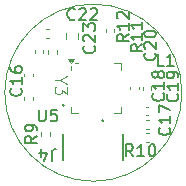
<source format=gbr>
%TF.GenerationSoftware,KiCad,Pcbnew,9.0.0*%
%TF.CreationDate,2025-03-13T16:48:28-04:00*%
%TF.ProjectId,IngestibleCapsule-Board_larger_vias,496e6765-7374-4696-926c-654361707375,rev?*%
%TF.SameCoordinates,Original*%
%TF.FileFunction,Legend,Top*%
%TF.FilePolarity,Positive*%
%FSLAX46Y46*%
G04 Gerber Fmt 4.6, Leading zero omitted, Abs format (unit mm)*
G04 Created by KiCad (PCBNEW 9.0.0) date 2025-03-13 16:48:28*
%MOMM*%
%LPD*%
G01*
G04 APERTURE LIST*
%ADD10C,0.100000*%
%ADD11C,0.150000*%
%ADD12C,0.200000*%
%ADD13C,0.120000*%
%ADD14C,0.152400*%
%TA.AperFunction,Profile*%
%ADD15C,0.050000*%
%TD*%
G04 APERTURE END LIST*
D10*
X97218771Y-113923809D02*
X96742580Y-113923809D01*
X97742580Y-113590476D02*
X97218771Y-113923809D01*
X97218771Y-113923809D02*
X97742580Y-114257142D01*
X97742580Y-114495238D02*
X97742580Y-115114285D01*
X97742580Y-115114285D02*
X97361628Y-114780952D01*
X97361628Y-114780952D02*
X97361628Y-114923809D01*
X97361628Y-114923809D02*
X97314009Y-115019047D01*
X97314009Y-115019047D02*
X97266390Y-115066666D01*
X97266390Y-115066666D02*
X97171152Y-115114285D01*
X97171152Y-115114285D02*
X96933057Y-115114285D01*
X96933057Y-115114285D02*
X96837819Y-115066666D01*
X96837819Y-115066666D02*
X96790200Y-115019047D01*
X96790200Y-115019047D02*
X96742580Y-114923809D01*
X96742580Y-114923809D02*
X96742580Y-114638095D01*
X96742580Y-114638095D02*
X96790200Y-114542857D01*
X96790200Y-114542857D02*
X96837819Y-114495238D01*
D11*
X93859580Y-114642857D02*
X93907200Y-114690476D01*
X93907200Y-114690476D02*
X93954819Y-114833333D01*
X93954819Y-114833333D02*
X93954819Y-114928571D01*
X93954819Y-114928571D02*
X93907200Y-115071428D01*
X93907200Y-115071428D02*
X93811961Y-115166666D01*
X93811961Y-115166666D02*
X93716723Y-115214285D01*
X93716723Y-115214285D02*
X93526247Y-115261904D01*
X93526247Y-115261904D02*
X93383390Y-115261904D01*
X93383390Y-115261904D02*
X93192914Y-115214285D01*
X93192914Y-115214285D02*
X93097676Y-115166666D01*
X93097676Y-115166666D02*
X93002438Y-115071428D01*
X93002438Y-115071428D02*
X92954819Y-114928571D01*
X92954819Y-114928571D02*
X92954819Y-114833333D01*
X92954819Y-114833333D02*
X93002438Y-114690476D01*
X93002438Y-114690476D02*
X93050057Y-114642857D01*
X93954819Y-113690476D02*
X93954819Y-114261904D01*
X93954819Y-113976190D02*
X92954819Y-113976190D01*
X92954819Y-113976190D02*
X93097676Y-114071428D01*
X93097676Y-114071428D02*
X93192914Y-114166666D01*
X93192914Y-114166666D02*
X93240533Y-114261904D01*
X92954819Y-112833333D02*
X92954819Y-113023809D01*
X92954819Y-113023809D02*
X93002438Y-113119047D01*
X93002438Y-113119047D02*
X93050057Y-113166666D01*
X93050057Y-113166666D02*
X93192914Y-113261904D01*
X93192914Y-113261904D02*
X93383390Y-113309523D01*
X93383390Y-113309523D02*
X93764342Y-113309523D01*
X93764342Y-113309523D02*
X93859580Y-113261904D01*
X93859580Y-113261904D02*
X93907200Y-113214285D01*
X93907200Y-113214285D02*
X93954819Y-113119047D01*
X93954819Y-113119047D02*
X93954819Y-112928571D01*
X93954819Y-112928571D02*
X93907200Y-112833333D01*
X93907200Y-112833333D02*
X93859580Y-112785714D01*
X93859580Y-112785714D02*
X93764342Y-112738095D01*
X93764342Y-112738095D02*
X93526247Y-112738095D01*
X93526247Y-112738095D02*
X93431009Y-112785714D01*
X93431009Y-112785714D02*
X93383390Y-112833333D01*
X93383390Y-112833333D02*
X93335771Y-112928571D01*
X93335771Y-112928571D02*
X93335771Y-113119047D01*
X93335771Y-113119047D02*
X93383390Y-113214285D01*
X93383390Y-113214285D02*
X93431009Y-113261904D01*
X93431009Y-113261904D02*
X93526247Y-113309523D01*
X102979819Y-110042857D02*
X102503628Y-110376190D01*
X102979819Y-110614285D02*
X101979819Y-110614285D01*
X101979819Y-110614285D02*
X101979819Y-110233333D01*
X101979819Y-110233333D02*
X102027438Y-110138095D01*
X102027438Y-110138095D02*
X102075057Y-110090476D01*
X102075057Y-110090476D02*
X102170295Y-110042857D01*
X102170295Y-110042857D02*
X102313152Y-110042857D01*
X102313152Y-110042857D02*
X102408390Y-110090476D01*
X102408390Y-110090476D02*
X102456009Y-110138095D01*
X102456009Y-110138095D02*
X102503628Y-110233333D01*
X102503628Y-110233333D02*
X102503628Y-110614285D01*
X102979819Y-109090476D02*
X102979819Y-109661904D01*
X102979819Y-109376190D02*
X101979819Y-109376190D01*
X101979819Y-109376190D02*
X102122676Y-109471428D01*
X102122676Y-109471428D02*
X102217914Y-109566666D01*
X102217914Y-109566666D02*
X102265533Y-109661904D01*
X102075057Y-108709523D02*
X102027438Y-108661904D01*
X102027438Y-108661904D02*
X101979819Y-108566666D01*
X101979819Y-108566666D02*
X101979819Y-108328571D01*
X101979819Y-108328571D02*
X102027438Y-108233333D01*
X102027438Y-108233333D02*
X102075057Y-108185714D01*
X102075057Y-108185714D02*
X102170295Y-108138095D01*
X102170295Y-108138095D02*
X102265533Y-108138095D01*
X102265533Y-108138095D02*
X102408390Y-108185714D01*
X102408390Y-108185714D02*
X102979819Y-108757142D01*
X102979819Y-108757142D02*
X102979819Y-108138095D01*
X104154819Y-110917857D02*
X103678628Y-111251190D01*
X104154819Y-111489285D02*
X103154819Y-111489285D01*
X103154819Y-111489285D02*
X103154819Y-111108333D01*
X103154819Y-111108333D02*
X103202438Y-111013095D01*
X103202438Y-111013095D02*
X103250057Y-110965476D01*
X103250057Y-110965476D02*
X103345295Y-110917857D01*
X103345295Y-110917857D02*
X103488152Y-110917857D01*
X103488152Y-110917857D02*
X103583390Y-110965476D01*
X103583390Y-110965476D02*
X103631009Y-111013095D01*
X103631009Y-111013095D02*
X103678628Y-111108333D01*
X103678628Y-111108333D02*
X103678628Y-111489285D01*
X104154819Y-109965476D02*
X104154819Y-110536904D01*
X104154819Y-110251190D02*
X103154819Y-110251190D01*
X103154819Y-110251190D02*
X103297676Y-110346428D01*
X103297676Y-110346428D02*
X103392914Y-110441666D01*
X103392914Y-110441666D02*
X103440533Y-110536904D01*
X104154819Y-109013095D02*
X104154819Y-109584523D01*
X104154819Y-109298809D02*
X103154819Y-109298809D01*
X103154819Y-109298809D02*
X103297676Y-109394047D01*
X103297676Y-109394047D02*
X103392914Y-109489285D01*
X103392914Y-109489285D02*
X103440533Y-109584523D01*
X105958333Y-112729819D02*
X105482143Y-112729819D01*
X105482143Y-112729819D02*
X105482143Y-111729819D01*
X106815476Y-112729819D02*
X106244048Y-112729819D01*
X106529762Y-112729819D02*
X106529762Y-111729819D01*
X106529762Y-111729819D02*
X106434524Y-111872676D01*
X106434524Y-111872676D02*
X106339286Y-111967914D01*
X106339286Y-111967914D02*
X106244048Y-112015533D01*
X98432142Y-108759580D02*
X98384523Y-108807200D01*
X98384523Y-108807200D02*
X98241666Y-108854819D01*
X98241666Y-108854819D02*
X98146428Y-108854819D01*
X98146428Y-108854819D02*
X98003571Y-108807200D01*
X98003571Y-108807200D02*
X97908333Y-108711961D01*
X97908333Y-108711961D02*
X97860714Y-108616723D01*
X97860714Y-108616723D02*
X97813095Y-108426247D01*
X97813095Y-108426247D02*
X97813095Y-108283390D01*
X97813095Y-108283390D02*
X97860714Y-108092914D01*
X97860714Y-108092914D02*
X97908333Y-107997676D01*
X97908333Y-107997676D02*
X98003571Y-107902438D01*
X98003571Y-107902438D02*
X98146428Y-107854819D01*
X98146428Y-107854819D02*
X98241666Y-107854819D01*
X98241666Y-107854819D02*
X98384523Y-107902438D01*
X98384523Y-107902438D02*
X98432142Y-107950057D01*
X98813095Y-107950057D02*
X98860714Y-107902438D01*
X98860714Y-107902438D02*
X98955952Y-107854819D01*
X98955952Y-107854819D02*
X99194047Y-107854819D01*
X99194047Y-107854819D02*
X99289285Y-107902438D01*
X99289285Y-107902438D02*
X99336904Y-107950057D01*
X99336904Y-107950057D02*
X99384523Y-108045295D01*
X99384523Y-108045295D02*
X99384523Y-108140533D01*
X99384523Y-108140533D02*
X99336904Y-108283390D01*
X99336904Y-108283390D02*
X98765476Y-108854819D01*
X98765476Y-108854819D02*
X99384523Y-108854819D01*
X99765476Y-107950057D02*
X99813095Y-107902438D01*
X99813095Y-107902438D02*
X99908333Y-107854819D01*
X99908333Y-107854819D02*
X100146428Y-107854819D01*
X100146428Y-107854819D02*
X100241666Y-107902438D01*
X100241666Y-107902438D02*
X100289285Y-107950057D01*
X100289285Y-107950057D02*
X100336904Y-108045295D01*
X100336904Y-108045295D02*
X100336904Y-108140533D01*
X100336904Y-108140533D02*
X100289285Y-108283390D01*
X100289285Y-108283390D02*
X99717857Y-108854819D01*
X99717857Y-108854819D02*
X100336904Y-108854819D01*
X106434580Y-117962857D02*
X106482200Y-118010476D01*
X106482200Y-118010476D02*
X106529819Y-118153333D01*
X106529819Y-118153333D02*
X106529819Y-118248571D01*
X106529819Y-118248571D02*
X106482200Y-118391428D01*
X106482200Y-118391428D02*
X106386961Y-118486666D01*
X106386961Y-118486666D02*
X106291723Y-118534285D01*
X106291723Y-118534285D02*
X106101247Y-118581904D01*
X106101247Y-118581904D02*
X105958390Y-118581904D01*
X105958390Y-118581904D02*
X105767914Y-118534285D01*
X105767914Y-118534285D02*
X105672676Y-118486666D01*
X105672676Y-118486666D02*
X105577438Y-118391428D01*
X105577438Y-118391428D02*
X105529819Y-118248571D01*
X105529819Y-118248571D02*
X105529819Y-118153333D01*
X105529819Y-118153333D02*
X105577438Y-118010476D01*
X105577438Y-118010476D02*
X105625057Y-117962857D01*
X106529819Y-117010476D02*
X106529819Y-117581904D01*
X106529819Y-117296190D02*
X105529819Y-117296190D01*
X105529819Y-117296190D02*
X105672676Y-117391428D01*
X105672676Y-117391428D02*
X105767914Y-117486666D01*
X105767914Y-117486666D02*
X105815533Y-117581904D01*
X105529819Y-116677142D02*
X105529819Y-116010476D01*
X105529819Y-116010476D02*
X106529819Y-116439047D01*
X95388095Y-116429819D02*
X95388095Y-117239342D01*
X95388095Y-117239342D02*
X95435714Y-117334580D01*
X95435714Y-117334580D02*
X95483333Y-117382200D01*
X95483333Y-117382200D02*
X95578571Y-117429819D01*
X95578571Y-117429819D02*
X95769047Y-117429819D01*
X95769047Y-117429819D02*
X95864285Y-117382200D01*
X95864285Y-117382200D02*
X95911904Y-117334580D01*
X95911904Y-117334580D02*
X95959523Y-117239342D01*
X95959523Y-117239342D02*
X95959523Y-116429819D01*
X96911904Y-116429819D02*
X96435714Y-116429819D01*
X96435714Y-116429819D02*
X96388095Y-116906009D01*
X96388095Y-116906009D02*
X96435714Y-116858390D01*
X96435714Y-116858390D02*
X96530952Y-116810771D01*
X96530952Y-116810771D02*
X96769047Y-116810771D01*
X96769047Y-116810771D02*
X96864285Y-116858390D01*
X96864285Y-116858390D02*
X96911904Y-116906009D01*
X96911904Y-116906009D02*
X96959523Y-117001247D01*
X96959523Y-117001247D02*
X96959523Y-117239342D01*
X96959523Y-117239342D02*
X96911904Y-117334580D01*
X96911904Y-117334580D02*
X96864285Y-117382200D01*
X96864285Y-117382200D02*
X96769047Y-117429819D01*
X96769047Y-117429819D02*
X96530952Y-117429819D01*
X96530952Y-117429819D02*
X96435714Y-117382200D01*
X96435714Y-117382200D02*
X96388095Y-117334580D01*
X96483333Y-120775180D02*
X96483333Y-120060895D01*
X96483333Y-120060895D02*
X96530952Y-119918038D01*
X96530952Y-119918038D02*
X96626190Y-119822800D01*
X96626190Y-119822800D02*
X96769047Y-119775180D01*
X96769047Y-119775180D02*
X96864285Y-119775180D01*
X95578571Y-120441847D02*
X95578571Y-119775180D01*
X95816666Y-120822800D02*
X96054761Y-120108514D01*
X96054761Y-120108514D02*
X95435714Y-120108514D01*
X105209580Y-111642857D02*
X105257200Y-111690476D01*
X105257200Y-111690476D02*
X105304819Y-111833333D01*
X105304819Y-111833333D02*
X105304819Y-111928571D01*
X105304819Y-111928571D02*
X105257200Y-112071428D01*
X105257200Y-112071428D02*
X105161961Y-112166666D01*
X105161961Y-112166666D02*
X105066723Y-112214285D01*
X105066723Y-112214285D02*
X104876247Y-112261904D01*
X104876247Y-112261904D02*
X104733390Y-112261904D01*
X104733390Y-112261904D02*
X104542914Y-112214285D01*
X104542914Y-112214285D02*
X104447676Y-112166666D01*
X104447676Y-112166666D02*
X104352438Y-112071428D01*
X104352438Y-112071428D02*
X104304819Y-111928571D01*
X104304819Y-111928571D02*
X104304819Y-111833333D01*
X104304819Y-111833333D02*
X104352438Y-111690476D01*
X104352438Y-111690476D02*
X104400057Y-111642857D01*
X104400057Y-111261904D02*
X104352438Y-111214285D01*
X104352438Y-111214285D02*
X104304819Y-111119047D01*
X104304819Y-111119047D02*
X104304819Y-110880952D01*
X104304819Y-110880952D02*
X104352438Y-110785714D01*
X104352438Y-110785714D02*
X104400057Y-110738095D01*
X104400057Y-110738095D02*
X104495295Y-110690476D01*
X104495295Y-110690476D02*
X104590533Y-110690476D01*
X104590533Y-110690476D02*
X104733390Y-110738095D01*
X104733390Y-110738095D02*
X105304819Y-111309523D01*
X105304819Y-111309523D02*
X105304819Y-110690476D01*
X104304819Y-110071428D02*
X104304819Y-109976190D01*
X104304819Y-109976190D02*
X104352438Y-109880952D01*
X104352438Y-109880952D02*
X104400057Y-109833333D01*
X104400057Y-109833333D02*
X104495295Y-109785714D01*
X104495295Y-109785714D02*
X104685771Y-109738095D01*
X104685771Y-109738095D02*
X104923866Y-109738095D01*
X104923866Y-109738095D02*
X105114342Y-109785714D01*
X105114342Y-109785714D02*
X105209580Y-109833333D01*
X105209580Y-109833333D02*
X105257200Y-109880952D01*
X105257200Y-109880952D02*
X105304819Y-109976190D01*
X105304819Y-109976190D02*
X105304819Y-110071428D01*
X105304819Y-110071428D02*
X105257200Y-110166666D01*
X105257200Y-110166666D02*
X105209580Y-110214285D01*
X105209580Y-110214285D02*
X105114342Y-110261904D01*
X105114342Y-110261904D02*
X104923866Y-110309523D01*
X104923866Y-110309523D02*
X104685771Y-110309523D01*
X104685771Y-110309523D02*
X104495295Y-110261904D01*
X104495295Y-110261904D02*
X104400057Y-110214285D01*
X104400057Y-110214285D02*
X104352438Y-110166666D01*
X104352438Y-110166666D02*
X104304819Y-110071428D01*
X103357142Y-120379819D02*
X103023809Y-119903628D01*
X102785714Y-120379819D02*
X102785714Y-119379819D01*
X102785714Y-119379819D02*
X103166666Y-119379819D01*
X103166666Y-119379819D02*
X103261904Y-119427438D01*
X103261904Y-119427438D02*
X103309523Y-119475057D01*
X103309523Y-119475057D02*
X103357142Y-119570295D01*
X103357142Y-119570295D02*
X103357142Y-119713152D01*
X103357142Y-119713152D02*
X103309523Y-119808390D01*
X103309523Y-119808390D02*
X103261904Y-119856009D01*
X103261904Y-119856009D02*
X103166666Y-119903628D01*
X103166666Y-119903628D02*
X102785714Y-119903628D01*
X104309523Y-120379819D02*
X103738095Y-120379819D01*
X104023809Y-120379819D02*
X104023809Y-119379819D01*
X104023809Y-119379819D02*
X103928571Y-119522676D01*
X103928571Y-119522676D02*
X103833333Y-119617914D01*
X103833333Y-119617914D02*
X103738095Y-119665533D01*
X104928571Y-119379819D02*
X105023809Y-119379819D01*
X105023809Y-119379819D02*
X105119047Y-119427438D01*
X105119047Y-119427438D02*
X105166666Y-119475057D01*
X105166666Y-119475057D02*
X105214285Y-119570295D01*
X105214285Y-119570295D02*
X105261904Y-119760771D01*
X105261904Y-119760771D02*
X105261904Y-119998866D01*
X105261904Y-119998866D02*
X105214285Y-120189342D01*
X105214285Y-120189342D02*
X105166666Y-120284580D01*
X105166666Y-120284580D02*
X105119047Y-120332200D01*
X105119047Y-120332200D02*
X105023809Y-120379819D01*
X105023809Y-120379819D02*
X104928571Y-120379819D01*
X104928571Y-120379819D02*
X104833333Y-120332200D01*
X104833333Y-120332200D02*
X104785714Y-120284580D01*
X104785714Y-120284580D02*
X104738095Y-120189342D01*
X104738095Y-120189342D02*
X104690476Y-119998866D01*
X104690476Y-119998866D02*
X104690476Y-119760771D01*
X104690476Y-119760771D02*
X104738095Y-119570295D01*
X104738095Y-119570295D02*
X104785714Y-119475057D01*
X104785714Y-119475057D02*
X104833333Y-119427438D01*
X104833333Y-119427438D02*
X104928571Y-119379819D01*
X107109580Y-115117857D02*
X107157200Y-115165476D01*
X107157200Y-115165476D02*
X107204819Y-115308333D01*
X107204819Y-115308333D02*
X107204819Y-115403571D01*
X107204819Y-115403571D02*
X107157200Y-115546428D01*
X107157200Y-115546428D02*
X107061961Y-115641666D01*
X107061961Y-115641666D02*
X106966723Y-115689285D01*
X106966723Y-115689285D02*
X106776247Y-115736904D01*
X106776247Y-115736904D02*
X106633390Y-115736904D01*
X106633390Y-115736904D02*
X106442914Y-115689285D01*
X106442914Y-115689285D02*
X106347676Y-115641666D01*
X106347676Y-115641666D02*
X106252438Y-115546428D01*
X106252438Y-115546428D02*
X106204819Y-115403571D01*
X106204819Y-115403571D02*
X106204819Y-115308333D01*
X106204819Y-115308333D02*
X106252438Y-115165476D01*
X106252438Y-115165476D02*
X106300057Y-115117857D01*
X107204819Y-114165476D02*
X107204819Y-114736904D01*
X107204819Y-114451190D02*
X106204819Y-114451190D01*
X106204819Y-114451190D02*
X106347676Y-114546428D01*
X106347676Y-114546428D02*
X106442914Y-114641666D01*
X106442914Y-114641666D02*
X106490533Y-114736904D01*
X107204819Y-113689285D02*
X107204819Y-113498809D01*
X107204819Y-113498809D02*
X107157200Y-113403571D01*
X107157200Y-113403571D02*
X107109580Y-113355952D01*
X107109580Y-113355952D02*
X106966723Y-113260714D01*
X106966723Y-113260714D02*
X106776247Y-113213095D01*
X106776247Y-113213095D02*
X106395295Y-113213095D01*
X106395295Y-113213095D02*
X106300057Y-113260714D01*
X106300057Y-113260714D02*
X106252438Y-113308333D01*
X106252438Y-113308333D02*
X106204819Y-113403571D01*
X106204819Y-113403571D02*
X106204819Y-113594047D01*
X106204819Y-113594047D02*
X106252438Y-113689285D01*
X106252438Y-113689285D02*
X106300057Y-113736904D01*
X106300057Y-113736904D02*
X106395295Y-113784523D01*
X106395295Y-113784523D02*
X106633390Y-113784523D01*
X106633390Y-113784523D02*
X106728628Y-113736904D01*
X106728628Y-113736904D02*
X106776247Y-113689285D01*
X106776247Y-113689285D02*
X106823866Y-113594047D01*
X106823866Y-113594047D02*
X106823866Y-113403571D01*
X106823866Y-113403571D02*
X106776247Y-113308333D01*
X106776247Y-113308333D02*
X106728628Y-113260714D01*
X106728628Y-113260714D02*
X106633390Y-113213095D01*
X105909580Y-115067857D02*
X105957200Y-115115476D01*
X105957200Y-115115476D02*
X106004819Y-115258333D01*
X106004819Y-115258333D02*
X106004819Y-115353571D01*
X106004819Y-115353571D02*
X105957200Y-115496428D01*
X105957200Y-115496428D02*
X105861961Y-115591666D01*
X105861961Y-115591666D02*
X105766723Y-115639285D01*
X105766723Y-115639285D02*
X105576247Y-115686904D01*
X105576247Y-115686904D02*
X105433390Y-115686904D01*
X105433390Y-115686904D02*
X105242914Y-115639285D01*
X105242914Y-115639285D02*
X105147676Y-115591666D01*
X105147676Y-115591666D02*
X105052438Y-115496428D01*
X105052438Y-115496428D02*
X105004819Y-115353571D01*
X105004819Y-115353571D02*
X105004819Y-115258333D01*
X105004819Y-115258333D02*
X105052438Y-115115476D01*
X105052438Y-115115476D02*
X105100057Y-115067857D01*
X106004819Y-114115476D02*
X106004819Y-114686904D01*
X106004819Y-114401190D02*
X105004819Y-114401190D01*
X105004819Y-114401190D02*
X105147676Y-114496428D01*
X105147676Y-114496428D02*
X105242914Y-114591666D01*
X105242914Y-114591666D02*
X105290533Y-114686904D01*
X105433390Y-113544047D02*
X105385771Y-113639285D01*
X105385771Y-113639285D02*
X105338152Y-113686904D01*
X105338152Y-113686904D02*
X105242914Y-113734523D01*
X105242914Y-113734523D02*
X105195295Y-113734523D01*
X105195295Y-113734523D02*
X105100057Y-113686904D01*
X105100057Y-113686904D02*
X105052438Y-113639285D01*
X105052438Y-113639285D02*
X105004819Y-113544047D01*
X105004819Y-113544047D02*
X105004819Y-113353571D01*
X105004819Y-113353571D02*
X105052438Y-113258333D01*
X105052438Y-113258333D02*
X105100057Y-113210714D01*
X105100057Y-113210714D02*
X105195295Y-113163095D01*
X105195295Y-113163095D02*
X105242914Y-113163095D01*
X105242914Y-113163095D02*
X105338152Y-113210714D01*
X105338152Y-113210714D02*
X105385771Y-113258333D01*
X105385771Y-113258333D02*
X105433390Y-113353571D01*
X105433390Y-113353571D02*
X105433390Y-113544047D01*
X105433390Y-113544047D02*
X105481009Y-113639285D01*
X105481009Y-113639285D02*
X105528628Y-113686904D01*
X105528628Y-113686904D02*
X105623866Y-113734523D01*
X105623866Y-113734523D02*
X105814342Y-113734523D01*
X105814342Y-113734523D02*
X105909580Y-113686904D01*
X105909580Y-113686904D02*
X105957200Y-113639285D01*
X105957200Y-113639285D02*
X106004819Y-113544047D01*
X106004819Y-113544047D02*
X106004819Y-113353571D01*
X106004819Y-113353571D02*
X105957200Y-113258333D01*
X105957200Y-113258333D02*
X105909580Y-113210714D01*
X105909580Y-113210714D02*
X105814342Y-113163095D01*
X105814342Y-113163095D02*
X105623866Y-113163095D01*
X105623866Y-113163095D02*
X105528628Y-113210714D01*
X105528628Y-113210714D02*
X105481009Y-113258333D01*
X105481009Y-113258333D02*
X105433390Y-113353571D01*
X95234819Y-118666666D02*
X94758628Y-118999999D01*
X95234819Y-119238094D02*
X94234819Y-119238094D01*
X94234819Y-119238094D02*
X94234819Y-118857142D01*
X94234819Y-118857142D02*
X94282438Y-118761904D01*
X94282438Y-118761904D02*
X94330057Y-118714285D01*
X94330057Y-118714285D02*
X94425295Y-118666666D01*
X94425295Y-118666666D02*
X94568152Y-118666666D01*
X94568152Y-118666666D02*
X94663390Y-118714285D01*
X94663390Y-118714285D02*
X94711009Y-118761904D01*
X94711009Y-118761904D02*
X94758628Y-118857142D01*
X94758628Y-118857142D02*
X94758628Y-119238094D01*
X95234819Y-118190475D02*
X95234819Y-117999999D01*
X95234819Y-117999999D02*
X95187200Y-117904761D01*
X95187200Y-117904761D02*
X95139580Y-117857142D01*
X95139580Y-117857142D02*
X94996723Y-117761904D01*
X94996723Y-117761904D02*
X94806247Y-117714285D01*
X94806247Y-117714285D02*
X94425295Y-117714285D01*
X94425295Y-117714285D02*
X94330057Y-117761904D01*
X94330057Y-117761904D02*
X94282438Y-117809523D01*
X94282438Y-117809523D02*
X94234819Y-117904761D01*
X94234819Y-117904761D02*
X94234819Y-118095237D01*
X94234819Y-118095237D02*
X94282438Y-118190475D01*
X94282438Y-118190475D02*
X94330057Y-118238094D01*
X94330057Y-118238094D02*
X94425295Y-118285713D01*
X94425295Y-118285713D02*
X94663390Y-118285713D01*
X94663390Y-118285713D02*
X94758628Y-118238094D01*
X94758628Y-118238094D02*
X94806247Y-118190475D01*
X94806247Y-118190475D02*
X94853866Y-118095237D01*
X94853866Y-118095237D02*
X94853866Y-117904761D01*
X94853866Y-117904761D02*
X94806247Y-117809523D01*
X94806247Y-117809523D02*
X94758628Y-117761904D01*
X94758628Y-117761904D02*
X94663390Y-117714285D01*
X100059580Y-111042857D02*
X100107200Y-111090476D01*
X100107200Y-111090476D02*
X100154819Y-111233333D01*
X100154819Y-111233333D02*
X100154819Y-111328571D01*
X100154819Y-111328571D02*
X100107200Y-111471428D01*
X100107200Y-111471428D02*
X100011961Y-111566666D01*
X100011961Y-111566666D02*
X99916723Y-111614285D01*
X99916723Y-111614285D02*
X99726247Y-111661904D01*
X99726247Y-111661904D02*
X99583390Y-111661904D01*
X99583390Y-111661904D02*
X99392914Y-111614285D01*
X99392914Y-111614285D02*
X99297676Y-111566666D01*
X99297676Y-111566666D02*
X99202438Y-111471428D01*
X99202438Y-111471428D02*
X99154819Y-111328571D01*
X99154819Y-111328571D02*
X99154819Y-111233333D01*
X99154819Y-111233333D02*
X99202438Y-111090476D01*
X99202438Y-111090476D02*
X99250057Y-111042857D01*
X99250057Y-110661904D02*
X99202438Y-110614285D01*
X99202438Y-110614285D02*
X99154819Y-110519047D01*
X99154819Y-110519047D02*
X99154819Y-110280952D01*
X99154819Y-110280952D02*
X99202438Y-110185714D01*
X99202438Y-110185714D02*
X99250057Y-110138095D01*
X99250057Y-110138095D02*
X99345295Y-110090476D01*
X99345295Y-110090476D02*
X99440533Y-110090476D01*
X99440533Y-110090476D02*
X99583390Y-110138095D01*
X99583390Y-110138095D02*
X100154819Y-110709523D01*
X100154819Y-110709523D02*
X100154819Y-110090476D01*
X99154819Y-109757142D02*
X99154819Y-109138095D01*
X99154819Y-109138095D02*
X99535771Y-109471428D01*
X99535771Y-109471428D02*
X99535771Y-109328571D01*
X99535771Y-109328571D02*
X99583390Y-109233333D01*
X99583390Y-109233333D02*
X99631009Y-109185714D01*
X99631009Y-109185714D02*
X99726247Y-109138095D01*
X99726247Y-109138095D02*
X99964342Y-109138095D01*
X99964342Y-109138095D02*
X100059580Y-109185714D01*
X100059580Y-109185714D02*
X100107200Y-109233333D01*
X100107200Y-109233333D02*
X100154819Y-109328571D01*
X100154819Y-109328571D02*
X100154819Y-109614285D01*
X100154819Y-109614285D02*
X100107200Y-109709523D01*
X100107200Y-109709523D02*
X100059580Y-109757142D01*
D12*
%TO.C,Y3*%
X97518544Y-116049871D02*
G75*
G02*
X97358544Y-116049871I-80000J0D01*
G01*
X97358544Y-116049871D02*
G75*
G02*
X97518544Y-116049871I80000J0D01*
G01*
D13*
%TO.C,C16*%
X94140000Y-113392164D02*
X94140000Y-113607836D01*
X94860000Y-113392164D02*
X94860000Y-113607836D01*
%TO.C,C15*%
X94140000Y-115607836D02*
X94140000Y-115392164D01*
X94860000Y-115607836D02*
X94860000Y-115392164D01*
%TO.C,R12*%
X96170000Y-111713641D02*
X96170000Y-111406359D01*
X96930000Y-111713641D02*
X96930000Y-111406359D01*
%TO.C,C21*%
X104442164Y-116190000D02*
X104657836Y-116190000D01*
X104442164Y-116910000D02*
X104657836Y-116910000D01*
%TO.C,R11*%
X97677500Y-110437258D02*
X97677500Y-109962742D01*
X98722500Y-110437258D02*
X98722500Y-109962742D01*
%TO.C,C22*%
X96207836Y-109640000D02*
X95992164Y-109640000D01*
X96207836Y-110360000D02*
X95992164Y-110360000D01*
%TO.C,C17*%
X104462164Y-118440000D02*
X104677836Y-118440000D01*
X104462164Y-119160000D02*
X104677836Y-119160000D01*
%TO.C,U5*%
X98115000Y-113065000D02*
X98115000Y-112755000D01*
X98115000Y-116735000D02*
X98115000Y-116185000D01*
X98665000Y-112515000D02*
X98415000Y-112515000D01*
X98665000Y-116735000D02*
X98115000Y-116735000D01*
X101785000Y-112515000D02*
X102335000Y-112515000D01*
X101785000Y-116735000D02*
X102335000Y-116735000D01*
X102335000Y-112515000D02*
X102335000Y-113065000D01*
X102335000Y-116735000D02*
X102335000Y-116185000D01*
X98115000Y-112515000D02*
X97875000Y-112185000D01*
X98355000Y-112185000D01*
X98115000Y-112515000D01*
G36*
X98115000Y-112515000D02*
G01*
X97875000Y-112185000D01*
X98355000Y-112185000D01*
X98115000Y-112515000D01*
G37*
D14*
%TO.C,J4*%
X97450005Y-118461072D02*
X97450005Y-120738928D01*
X102549995Y-120738928D02*
X102549995Y-118461072D01*
D10*
X100895335Y-117391563D02*
G75*
G02*
X100695335Y-117391563I-100000J0D01*
G01*
X100695335Y-117391563D02*
G75*
G02*
X100895335Y-117391563I100000J0D01*
G01*
D13*
%TO.C,C20*%
X101065000Y-109832836D02*
X101065000Y-109617164D01*
X101785000Y-109832836D02*
X101785000Y-109617164D01*
%TO.C,R10*%
X104733641Y-117320000D02*
X104426359Y-117320000D01*
X104733641Y-118080000D02*
X104426359Y-118080000D01*
%TO.C,C19*%
X104190000Y-114517164D02*
X104190000Y-114732836D01*
X104910000Y-114517164D02*
X104910000Y-114732836D01*
%TO.C,C18*%
X103140000Y-114512164D02*
X103140000Y-114727836D01*
X103860000Y-114512164D02*
X103860000Y-114727836D01*
%TO.C,R9*%
X95570000Y-118653641D02*
X95570000Y-118346359D01*
X96330000Y-118653641D02*
X96330000Y-118346359D01*
%TO.C,C23*%
X95040000Y-111637836D02*
X95040000Y-111422164D01*
X95760000Y-111637836D02*
X95760000Y-111422164D01*
%TD*%
D15*
X107500000Y-115000000D02*
G75*
G02*
X92500000Y-115000000I-7500000J0D01*
G01*
X92500000Y-115000000D02*
G75*
G02*
X107500000Y-115000000I7500000J0D01*
G01*
M02*

</source>
